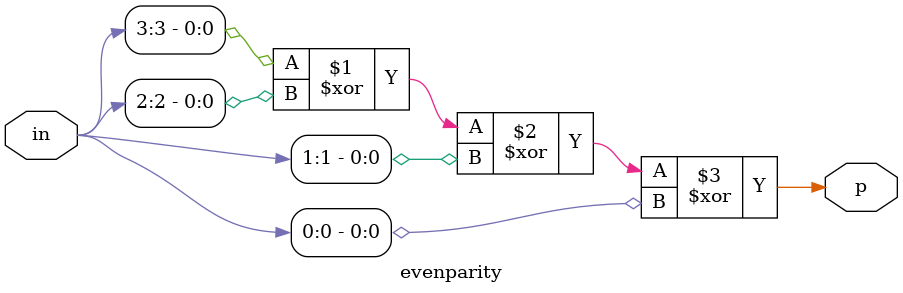
<source format=sv>
module evenparity(in,p);
  input [3:0] in;
  output p;
  assign p = in[3]^in[2]^in[1]^in[0];
endmodule

</source>
